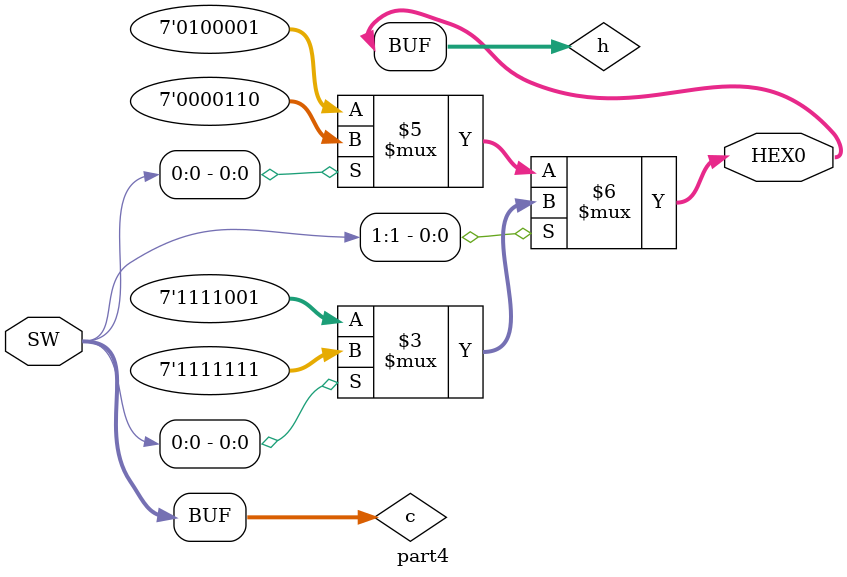
<source format=v>
module part4(SW, HEX0);
    input [1:0] SW;        // Input: 2 toggle switches SW1~SW0 (code c1c0)
    output [6:0] HEX0;     // Output: 7-segment display HEX0[6:0]

    wire [1:0] c;          // 2-bit code input
    wire [6:0] h;          // 7-bit output for 7-segment display

    // Map switches to code input
    assign c = SW[1:0];

    // Implement 7-segment decoder using nested conditional operator (?:)
    // Each 7'b pattern corresponds to which segments are ON (0 = ON, 1 = OFF)
    //
    // Character mapping from the lab:
    // c1c0 = 00 → "d" → pattern 7'b0100001
    // c1c0 = 01 → "E" → pattern 7'b0000110
    // c1c0 = 10 → "1" → pattern 7'b1111001
    // c1c0 = 11 → blank → pattern 7'b1111111
    //
    // Note: On DE1-SoC, each segment lights up when its bit = 0
    assign h = (c[1] == 1'b1) ?                // If c1 = 1
                  ((c[0] == 1'b1) ? 7'b1111111 // 11 → blank
                                   : 7'b1111001) // 10 → "1"
               : ((c[0] == 1'b1) ? 7'b0000110  // 01 → "E"
                                   : 7'b0100001); // 00 → "d"

    // Drive the 7-segment display with the decoded pattern
    assign HEX0 = h;
endmodule

</source>
